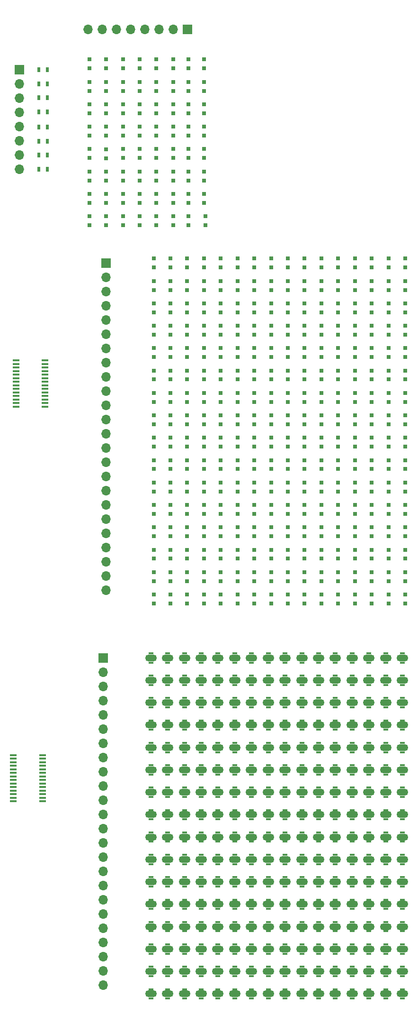
<source format=gbr>
%TF.GenerationSoftware,KiCad,Pcbnew,(5.1.9)-1*%
%TF.CreationDate,2021-06-16T16:09:49-07:00*%
%TF.ProjectId,noname,6e6f6e61-6d65-42e6-9b69-6361645f7063,rev?*%
%TF.SameCoordinates,Original*%
%TF.FileFunction,Soldermask,Top*%
%TF.FilePolarity,Negative*%
%FSLAX46Y46*%
G04 Gerber Fmt 4.6, Leading zero omitted, Abs format (unit mm)*
G04 Created by KiCad (PCBNEW (5.1.9)-1) date 2021-06-16 16:09:49*
%MOMM*%
%LPD*%
G01*
G04 APERTURE LIST*
%ADD10R,0.850000X0.400000*%
%ADD11O,2.100000X1.250000*%
%ADD12O,1.700000X1.700000*%
%ADD13R,1.700000X1.700000*%
%ADD14R,1.200000X0.400000*%
%ADD15R,0.800000X0.800000*%
%ADD16R,0.500000X0.900000*%
G04 APERTURE END LIST*
D10*
X85000000Y-185440000D03*
X85000000Y-187100000D03*
D11*
X85000000Y-186270000D03*
D10*
X85000000Y-181440000D03*
X85000000Y-183100000D03*
D11*
X85000000Y-182270000D03*
D10*
X85000000Y-177440000D03*
X85000000Y-179100000D03*
D11*
X85000000Y-178270000D03*
D10*
X85000000Y-173440000D03*
X85000000Y-175100000D03*
D11*
X85000000Y-174270000D03*
D10*
X85000000Y-169440000D03*
X85000000Y-171100000D03*
D11*
X85000000Y-170270000D03*
D10*
X85000000Y-165440000D03*
X85000000Y-167100000D03*
D11*
X85000000Y-166270000D03*
D10*
X85000000Y-161440000D03*
X85000000Y-163100000D03*
D11*
X85000000Y-162270000D03*
D10*
X85000000Y-157440000D03*
X85000000Y-159100000D03*
D11*
X85000000Y-158270000D03*
D10*
X85000000Y-153440000D03*
X85000000Y-155100000D03*
D11*
X85000000Y-154270000D03*
D10*
X85000000Y-149440000D03*
X85000000Y-151100000D03*
D11*
X85000000Y-150270000D03*
D10*
X85000000Y-145440000D03*
X85000000Y-147100000D03*
D11*
X85000000Y-146270000D03*
D10*
X85000000Y-141440000D03*
X85000000Y-143100000D03*
D11*
X85000000Y-142270000D03*
D10*
X85000000Y-137440000D03*
X85000000Y-139100000D03*
D11*
X85000000Y-138270000D03*
D10*
X85000000Y-133440000D03*
X85000000Y-135100000D03*
D11*
X85000000Y-134270000D03*
D10*
X85000000Y-129440000D03*
X85000000Y-131100000D03*
D11*
X85000000Y-130270000D03*
D10*
X85000000Y-125440000D03*
X85000000Y-127100000D03*
D11*
X85000000Y-126270000D03*
D10*
X82000000Y-185440000D03*
X82000000Y-187100000D03*
D11*
X82000000Y-186270000D03*
D10*
X82000000Y-181440000D03*
X82000000Y-183100000D03*
D11*
X82000000Y-182270000D03*
D10*
X82000000Y-177440000D03*
X82000000Y-179100000D03*
D11*
X82000000Y-178270000D03*
D10*
X82000000Y-173440000D03*
X82000000Y-175100000D03*
D11*
X82000000Y-174270000D03*
D10*
X82000000Y-169440000D03*
X82000000Y-171100000D03*
D11*
X82000000Y-170270000D03*
D10*
X82000000Y-165440000D03*
X82000000Y-167100000D03*
D11*
X82000000Y-166270000D03*
D10*
X82000000Y-161440000D03*
X82000000Y-163100000D03*
D11*
X82000000Y-162270000D03*
D10*
X82000000Y-157440000D03*
X82000000Y-159100000D03*
D11*
X82000000Y-158270000D03*
D10*
X82000000Y-153440000D03*
X82000000Y-155100000D03*
D11*
X82000000Y-154270000D03*
D10*
X82000000Y-149440000D03*
X82000000Y-151100000D03*
D11*
X82000000Y-150270000D03*
D10*
X82000000Y-145440000D03*
X82000000Y-147100000D03*
D11*
X82000000Y-146270000D03*
D10*
X82000000Y-141440000D03*
X82000000Y-143100000D03*
D11*
X82000000Y-142270000D03*
D10*
X82000000Y-137440000D03*
X82000000Y-139100000D03*
D11*
X82000000Y-138270000D03*
D10*
X82000000Y-133440000D03*
X82000000Y-135100000D03*
D11*
X82000000Y-134270000D03*
D10*
X82000000Y-129440000D03*
X82000000Y-131100000D03*
D11*
X82000000Y-130270000D03*
D10*
X82000000Y-125440000D03*
X82000000Y-127100000D03*
D11*
X82000000Y-126270000D03*
D10*
X79000000Y-185440000D03*
X79000000Y-187100000D03*
D11*
X79000000Y-186270000D03*
D10*
X79000000Y-181440000D03*
X79000000Y-183100000D03*
D11*
X79000000Y-182270000D03*
D10*
X79000000Y-177440000D03*
X79000000Y-179100000D03*
D11*
X79000000Y-178270000D03*
D10*
X79000000Y-173440000D03*
X79000000Y-175100000D03*
D11*
X79000000Y-174270000D03*
D10*
X79000000Y-169440000D03*
X79000000Y-171100000D03*
D11*
X79000000Y-170270000D03*
D10*
X79000000Y-165440000D03*
X79000000Y-167100000D03*
D11*
X79000000Y-166270000D03*
D10*
X79000000Y-161440000D03*
X79000000Y-163100000D03*
D11*
X79000000Y-162270000D03*
D10*
X79000000Y-157440000D03*
X79000000Y-159100000D03*
D11*
X79000000Y-158270000D03*
D10*
X79000000Y-153440000D03*
X79000000Y-155100000D03*
D11*
X79000000Y-154270000D03*
D10*
X79000000Y-149440000D03*
X79000000Y-151100000D03*
D11*
X79000000Y-150270000D03*
D10*
X79000000Y-145440000D03*
X79000000Y-147100000D03*
D11*
X79000000Y-146270000D03*
D10*
X79000000Y-141440000D03*
X79000000Y-143100000D03*
D11*
X79000000Y-142270000D03*
D10*
X79000000Y-137440000D03*
X79000000Y-139100000D03*
D11*
X79000000Y-138270000D03*
D10*
X79000000Y-133440000D03*
X79000000Y-135100000D03*
D11*
X79000000Y-134270000D03*
D10*
X79000000Y-129440000D03*
X79000000Y-131100000D03*
D11*
X79000000Y-130270000D03*
D10*
X79000000Y-125440000D03*
X79000000Y-127100000D03*
D11*
X79000000Y-126270000D03*
D10*
X76000000Y-185440000D03*
X76000000Y-187100000D03*
D11*
X76000000Y-186270000D03*
D10*
X76000000Y-181440000D03*
X76000000Y-183100000D03*
D11*
X76000000Y-182270000D03*
D10*
X76000000Y-177440000D03*
X76000000Y-179100000D03*
D11*
X76000000Y-178270000D03*
D10*
X76000000Y-173440000D03*
X76000000Y-175100000D03*
D11*
X76000000Y-174270000D03*
D10*
X76000000Y-169440000D03*
X76000000Y-171100000D03*
D11*
X76000000Y-170270000D03*
D10*
X76000000Y-165440000D03*
X76000000Y-167100000D03*
D11*
X76000000Y-166270000D03*
D10*
X76000000Y-161440000D03*
X76000000Y-163100000D03*
D11*
X76000000Y-162270000D03*
D10*
X76000000Y-157440000D03*
X76000000Y-159100000D03*
D11*
X76000000Y-158270000D03*
D10*
X76000000Y-153440000D03*
X76000000Y-155100000D03*
D11*
X76000000Y-154270000D03*
D10*
X76000000Y-149440000D03*
X76000000Y-151100000D03*
D11*
X76000000Y-150270000D03*
D10*
X76000000Y-145440000D03*
X76000000Y-147100000D03*
D11*
X76000000Y-146270000D03*
D10*
X76000000Y-141440000D03*
X76000000Y-143100000D03*
D11*
X76000000Y-142270000D03*
D10*
X76000000Y-137440000D03*
X76000000Y-139100000D03*
D11*
X76000000Y-138270000D03*
D10*
X76000000Y-133440000D03*
X76000000Y-135100000D03*
D11*
X76000000Y-134270000D03*
D10*
X76000000Y-129440000D03*
X76000000Y-131100000D03*
D11*
X76000000Y-130270000D03*
D10*
X76000000Y-125440000D03*
X76000000Y-127100000D03*
D11*
X76000000Y-126270000D03*
D10*
X73000000Y-185440000D03*
X73000000Y-187100000D03*
D11*
X73000000Y-186270000D03*
D10*
X73000000Y-181440000D03*
X73000000Y-183100000D03*
D11*
X73000000Y-182270000D03*
D10*
X73000000Y-177440000D03*
X73000000Y-179100000D03*
D11*
X73000000Y-178270000D03*
D10*
X73000000Y-173440000D03*
X73000000Y-175100000D03*
D11*
X73000000Y-174270000D03*
D10*
X73000000Y-169440000D03*
X73000000Y-171100000D03*
D11*
X73000000Y-170270000D03*
D10*
X73000000Y-165440000D03*
X73000000Y-167100000D03*
D11*
X73000000Y-166270000D03*
D10*
X73000000Y-161440000D03*
X73000000Y-163100000D03*
D11*
X73000000Y-162270000D03*
D10*
X73000000Y-157440000D03*
X73000000Y-159100000D03*
D11*
X73000000Y-158270000D03*
D10*
X73000000Y-153440000D03*
X73000000Y-155100000D03*
D11*
X73000000Y-154270000D03*
D10*
X73000000Y-149440000D03*
X73000000Y-151100000D03*
D11*
X73000000Y-150270000D03*
D10*
X73000000Y-145440000D03*
X73000000Y-147100000D03*
D11*
X73000000Y-146270000D03*
D10*
X73000000Y-141440000D03*
X73000000Y-143100000D03*
D11*
X73000000Y-142270000D03*
D10*
X73000000Y-137440000D03*
X73000000Y-139100000D03*
D11*
X73000000Y-138270000D03*
D10*
X73000000Y-133440000D03*
X73000000Y-135100000D03*
D11*
X73000000Y-134270000D03*
D10*
X73000000Y-129440000D03*
X73000000Y-131100000D03*
D11*
X73000000Y-130270000D03*
D10*
X73000000Y-125440000D03*
X73000000Y-127100000D03*
D11*
X73000000Y-126270000D03*
D10*
X70000000Y-185440000D03*
X70000000Y-187100000D03*
D11*
X70000000Y-186270000D03*
D10*
X70000000Y-181440000D03*
X70000000Y-183100000D03*
D11*
X70000000Y-182270000D03*
D10*
X70000000Y-177440000D03*
X70000000Y-179100000D03*
D11*
X70000000Y-178270000D03*
D10*
X70000000Y-173440000D03*
X70000000Y-175100000D03*
D11*
X70000000Y-174270000D03*
D10*
X70000000Y-169440000D03*
X70000000Y-171100000D03*
D11*
X70000000Y-170270000D03*
D10*
X70000000Y-165440000D03*
X70000000Y-167100000D03*
D11*
X70000000Y-166270000D03*
D10*
X70000000Y-161440000D03*
X70000000Y-163100000D03*
D11*
X70000000Y-162270000D03*
D10*
X70000000Y-157440000D03*
X70000000Y-159100000D03*
D11*
X70000000Y-158270000D03*
D10*
X70000000Y-153440000D03*
X70000000Y-155100000D03*
D11*
X70000000Y-154270000D03*
D10*
X70000000Y-149440000D03*
X70000000Y-151100000D03*
D11*
X70000000Y-150270000D03*
D10*
X70000000Y-145440000D03*
X70000000Y-147100000D03*
D11*
X70000000Y-146270000D03*
D10*
X70000000Y-141440000D03*
X70000000Y-143100000D03*
D11*
X70000000Y-142270000D03*
D10*
X70000000Y-137440000D03*
X70000000Y-139100000D03*
D11*
X70000000Y-138270000D03*
D10*
X70000000Y-133440000D03*
X70000000Y-135100000D03*
D11*
X70000000Y-134270000D03*
D10*
X70000000Y-129440000D03*
X70000000Y-131100000D03*
D11*
X70000000Y-130270000D03*
D10*
X70000000Y-125440000D03*
X70000000Y-127100000D03*
D11*
X70000000Y-126270000D03*
D10*
X67000000Y-185440000D03*
X67000000Y-187100000D03*
D11*
X67000000Y-186270000D03*
D10*
X67000000Y-181440000D03*
X67000000Y-183100000D03*
D11*
X67000000Y-182270000D03*
D10*
X67000000Y-177440000D03*
X67000000Y-179100000D03*
D11*
X67000000Y-178270000D03*
D10*
X67000000Y-173440000D03*
X67000000Y-175100000D03*
D11*
X67000000Y-174270000D03*
D10*
X67000000Y-169440000D03*
X67000000Y-171100000D03*
D11*
X67000000Y-170270000D03*
D10*
X67000000Y-165440000D03*
X67000000Y-167100000D03*
D11*
X67000000Y-166270000D03*
D10*
X67000000Y-161440000D03*
X67000000Y-163100000D03*
D11*
X67000000Y-162270000D03*
D10*
X67000000Y-157440000D03*
X67000000Y-159100000D03*
D11*
X67000000Y-158270000D03*
D10*
X67000000Y-153440000D03*
X67000000Y-155100000D03*
D11*
X67000000Y-154270000D03*
D10*
X67000000Y-149440000D03*
X67000000Y-151100000D03*
D11*
X67000000Y-150270000D03*
D10*
X67000000Y-145440000D03*
X67000000Y-147100000D03*
D11*
X67000000Y-146270000D03*
D10*
X67000000Y-141440000D03*
X67000000Y-143100000D03*
D11*
X67000000Y-142270000D03*
D10*
X67000000Y-137440000D03*
X67000000Y-139100000D03*
D11*
X67000000Y-138270000D03*
D10*
X67000000Y-133440000D03*
X67000000Y-135100000D03*
D11*
X67000000Y-134270000D03*
D10*
X67000000Y-129440000D03*
X67000000Y-131100000D03*
D11*
X67000000Y-130270000D03*
D10*
X67000000Y-125440000D03*
X67000000Y-127100000D03*
D11*
X67000000Y-126270000D03*
D10*
X64000000Y-185440000D03*
X64000000Y-187100000D03*
D11*
X64000000Y-186270000D03*
D10*
X64000000Y-181440000D03*
X64000000Y-183100000D03*
D11*
X64000000Y-182270000D03*
D10*
X64000000Y-177440000D03*
X64000000Y-179100000D03*
D11*
X64000000Y-178270000D03*
D10*
X64000000Y-173440000D03*
X64000000Y-175100000D03*
D11*
X64000000Y-174270000D03*
D10*
X64000000Y-169440000D03*
X64000000Y-171100000D03*
D11*
X64000000Y-170270000D03*
D10*
X64000000Y-165440000D03*
X64000000Y-167100000D03*
D11*
X64000000Y-166270000D03*
D10*
X64000000Y-161440000D03*
X64000000Y-163100000D03*
D11*
X64000000Y-162270000D03*
D10*
X64000000Y-157440000D03*
X64000000Y-159100000D03*
D11*
X64000000Y-158270000D03*
D10*
X64000000Y-153440000D03*
X64000000Y-155100000D03*
D11*
X64000000Y-154270000D03*
D10*
X64000000Y-149440000D03*
X64000000Y-151100000D03*
D11*
X64000000Y-150270000D03*
D10*
X64000000Y-145440000D03*
X64000000Y-147100000D03*
D11*
X64000000Y-146270000D03*
D10*
X64000000Y-141440000D03*
X64000000Y-143100000D03*
D11*
X64000000Y-142270000D03*
D10*
X64000000Y-137440000D03*
X64000000Y-139100000D03*
D11*
X64000000Y-138270000D03*
D10*
X64000000Y-133440000D03*
X64000000Y-135100000D03*
D11*
X64000000Y-134270000D03*
D10*
X64000000Y-129440000D03*
X64000000Y-131100000D03*
D11*
X64000000Y-130270000D03*
D10*
X64000000Y-125440000D03*
X64000000Y-127100000D03*
D11*
X64000000Y-126270000D03*
D10*
X61000000Y-185440000D03*
X61000000Y-187100000D03*
D11*
X61000000Y-186270000D03*
D10*
X61000000Y-181440000D03*
X61000000Y-183100000D03*
D11*
X61000000Y-182270000D03*
D10*
X61000000Y-177440000D03*
X61000000Y-179100000D03*
D11*
X61000000Y-178270000D03*
D10*
X61000000Y-173440000D03*
X61000000Y-175100000D03*
D11*
X61000000Y-174270000D03*
D10*
X61000000Y-169440000D03*
X61000000Y-171100000D03*
D11*
X61000000Y-170270000D03*
D10*
X61000000Y-165440000D03*
X61000000Y-167100000D03*
D11*
X61000000Y-166270000D03*
D10*
X61000000Y-161440000D03*
X61000000Y-163100000D03*
D11*
X61000000Y-162270000D03*
D10*
X61000000Y-157440000D03*
X61000000Y-159100000D03*
D11*
X61000000Y-158270000D03*
D10*
X61000000Y-153440000D03*
X61000000Y-155100000D03*
D11*
X61000000Y-154270000D03*
D10*
X61000000Y-149440000D03*
X61000000Y-151100000D03*
D11*
X61000000Y-150270000D03*
D10*
X61000000Y-145440000D03*
X61000000Y-147100000D03*
D11*
X61000000Y-146270000D03*
D10*
X61000000Y-141440000D03*
X61000000Y-143100000D03*
D11*
X61000000Y-142270000D03*
D10*
X61000000Y-137440000D03*
X61000000Y-139100000D03*
D11*
X61000000Y-138270000D03*
D10*
X61000000Y-133440000D03*
X61000000Y-135100000D03*
D11*
X61000000Y-134270000D03*
D10*
X61000000Y-129440000D03*
X61000000Y-131100000D03*
D11*
X61000000Y-130270000D03*
D10*
X61000000Y-125440000D03*
X61000000Y-127100000D03*
D11*
X61000000Y-126270000D03*
D10*
X58000000Y-185440000D03*
X58000000Y-187100000D03*
D11*
X58000000Y-186270000D03*
D10*
X58000000Y-181440000D03*
X58000000Y-183100000D03*
D11*
X58000000Y-182270000D03*
D10*
X58000000Y-177440000D03*
X58000000Y-179100000D03*
D11*
X58000000Y-178270000D03*
D10*
X58000000Y-173440000D03*
X58000000Y-175100000D03*
D11*
X58000000Y-174270000D03*
D10*
X58000000Y-169440000D03*
X58000000Y-171100000D03*
D11*
X58000000Y-170270000D03*
D10*
X58000000Y-165440000D03*
X58000000Y-167100000D03*
D11*
X58000000Y-166270000D03*
D10*
X58000000Y-161440000D03*
X58000000Y-163100000D03*
D11*
X58000000Y-162270000D03*
D10*
X58000000Y-157440000D03*
X58000000Y-159100000D03*
D11*
X58000000Y-158270000D03*
D10*
X58000000Y-153440000D03*
X58000000Y-155100000D03*
D11*
X58000000Y-154270000D03*
D10*
X58000000Y-149440000D03*
X58000000Y-151100000D03*
D11*
X58000000Y-150270000D03*
D10*
X58000000Y-145440000D03*
X58000000Y-147100000D03*
D11*
X58000000Y-146270000D03*
D10*
X58000000Y-141440000D03*
X58000000Y-143100000D03*
D11*
X58000000Y-142270000D03*
D10*
X58000000Y-137440000D03*
X58000000Y-139100000D03*
D11*
X58000000Y-138270000D03*
D10*
X58000000Y-133440000D03*
X58000000Y-135100000D03*
D11*
X58000000Y-134270000D03*
D10*
X58000000Y-129440000D03*
X58000000Y-131100000D03*
D11*
X58000000Y-130270000D03*
D10*
X58000000Y-125440000D03*
X58000000Y-127100000D03*
D11*
X58000000Y-126270000D03*
D10*
X55000000Y-185440000D03*
X55000000Y-187100000D03*
D11*
X55000000Y-186270000D03*
D10*
X55000000Y-181440000D03*
X55000000Y-183100000D03*
D11*
X55000000Y-182270000D03*
D10*
X55000000Y-177440000D03*
X55000000Y-179100000D03*
D11*
X55000000Y-178270000D03*
D10*
X55000000Y-173440000D03*
X55000000Y-175100000D03*
D11*
X55000000Y-174270000D03*
D10*
X55000000Y-169440000D03*
X55000000Y-171100000D03*
D11*
X55000000Y-170270000D03*
D10*
X55000000Y-165440000D03*
X55000000Y-167100000D03*
D11*
X55000000Y-166270000D03*
D10*
X55000000Y-161440000D03*
X55000000Y-163100000D03*
D11*
X55000000Y-162270000D03*
D10*
X55000000Y-157440000D03*
X55000000Y-159100000D03*
D11*
X55000000Y-158270000D03*
D10*
X55000000Y-153440000D03*
X55000000Y-155100000D03*
D11*
X55000000Y-154270000D03*
D10*
X55000000Y-149440000D03*
X55000000Y-151100000D03*
D11*
X55000000Y-150270000D03*
D10*
X55000000Y-145440000D03*
X55000000Y-147100000D03*
D11*
X55000000Y-146270000D03*
D10*
X55000000Y-141440000D03*
X55000000Y-143100000D03*
D11*
X55000000Y-142270000D03*
D10*
X55000000Y-137440000D03*
X55000000Y-139100000D03*
D11*
X55000000Y-138270000D03*
D10*
X55000000Y-133440000D03*
X55000000Y-135100000D03*
D11*
X55000000Y-134270000D03*
D10*
X55000000Y-129440000D03*
X55000000Y-131100000D03*
D11*
X55000000Y-130270000D03*
D10*
X55000000Y-125440000D03*
X55000000Y-127100000D03*
D11*
X55000000Y-126270000D03*
D10*
X52000000Y-185440000D03*
X52000000Y-187100000D03*
D11*
X52000000Y-186270000D03*
D10*
X52000000Y-181440000D03*
X52000000Y-183100000D03*
D11*
X52000000Y-182270000D03*
D10*
X52000000Y-177440000D03*
X52000000Y-179100000D03*
D11*
X52000000Y-178270000D03*
D10*
X52000000Y-173440000D03*
X52000000Y-175100000D03*
D11*
X52000000Y-174270000D03*
D10*
X52000000Y-169440000D03*
X52000000Y-171100000D03*
D11*
X52000000Y-170270000D03*
D10*
X52000000Y-165440000D03*
X52000000Y-167100000D03*
D11*
X52000000Y-166270000D03*
D10*
X52000000Y-161440000D03*
X52000000Y-163100000D03*
D11*
X52000000Y-162270000D03*
D10*
X52000000Y-157440000D03*
X52000000Y-159100000D03*
D11*
X52000000Y-158270000D03*
D10*
X52000000Y-153440000D03*
X52000000Y-155100000D03*
D11*
X52000000Y-154270000D03*
D10*
X52000000Y-149440000D03*
X52000000Y-151100000D03*
D11*
X52000000Y-150270000D03*
D10*
X52000000Y-145440000D03*
X52000000Y-147100000D03*
D11*
X52000000Y-146270000D03*
D10*
X52000000Y-141440000D03*
X52000000Y-143100000D03*
D11*
X52000000Y-142270000D03*
D10*
X52000000Y-137440000D03*
X52000000Y-139100000D03*
D11*
X52000000Y-138270000D03*
D10*
X52000000Y-133440000D03*
X52000000Y-135100000D03*
D11*
X52000000Y-134270000D03*
D10*
X52000000Y-129440000D03*
X52000000Y-131100000D03*
D11*
X52000000Y-130270000D03*
D10*
X52000000Y-125440000D03*
X52000000Y-127100000D03*
D11*
X52000000Y-126270000D03*
D10*
X49000000Y-185440000D03*
X49000000Y-187100000D03*
D11*
X49000000Y-186270000D03*
D10*
X49000000Y-181440000D03*
X49000000Y-183100000D03*
D11*
X49000000Y-182270000D03*
D10*
X49000000Y-177440000D03*
X49000000Y-179100000D03*
D11*
X49000000Y-178270000D03*
D10*
X49000000Y-173440000D03*
X49000000Y-175100000D03*
D11*
X49000000Y-174270000D03*
D10*
X49000000Y-169440000D03*
X49000000Y-171100000D03*
D11*
X49000000Y-170270000D03*
D10*
X49000000Y-165440000D03*
X49000000Y-167100000D03*
D11*
X49000000Y-166270000D03*
D10*
X49000000Y-161440000D03*
X49000000Y-163100000D03*
D11*
X49000000Y-162270000D03*
D10*
X49000000Y-157440000D03*
X49000000Y-159100000D03*
D11*
X49000000Y-158270000D03*
D10*
X49000000Y-153440000D03*
X49000000Y-155100000D03*
D11*
X49000000Y-154270000D03*
D10*
X49000000Y-149440000D03*
X49000000Y-151100000D03*
D11*
X49000000Y-150270000D03*
D10*
X49000000Y-145440000D03*
X49000000Y-147100000D03*
D11*
X49000000Y-146270000D03*
D10*
X49000000Y-141440000D03*
X49000000Y-143100000D03*
D11*
X49000000Y-142270000D03*
D10*
X49000000Y-137440000D03*
X49000000Y-139100000D03*
D11*
X49000000Y-138270000D03*
D10*
X49000000Y-133440000D03*
X49000000Y-135100000D03*
D11*
X49000000Y-134270000D03*
D10*
X49000000Y-129440000D03*
X49000000Y-131100000D03*
D11*
X49000000Y-130270000D03*
D10*
X49000000Y-125440000D03*
X49000000Y-127100000D03*
D11*
X49000000Y-126270000D03*
D10*
X46000000Y-185440000D03*
X46000000Y-187100000D03*
D11*
X46000000Y-186270000D03*
D10*
X46000000Y-181440000D03*
X46000000Y-183100000D03*
D11*
X46000000Y-182270000D03*
D10*
X46000000Y-177440000D03*
X46000000Y-179100000D03*
D11*
X46000000Y-178270000D03*
D10*
X46000000Y-173440000D03*
X46000000Y-175100000D03*
D11*
X46000000Y-174270000D03*
D10*
X46000000Y-169440000D03*
X46000000Y-171100000D03*
D11*
X46000000Y-170270000D03*
D10*
X46000000Y-165440000D03*
X46000000Y-167100000D03*
D11*
X46000000Y-166270000D03*
D10*
X46000000Y-161440000D03*
X46000000Y-163100000D03*
D11*
X46000000Y-162270000D03*
D10*
X46000000Y-157440000D03*
X46000000Y-159100000D03*
D11*
X46000000Y-158270000D03*
D10*
X46000000Y-153440000D03*
X46000000Y-155100000D03*
D11*
X46000000Y-154270000D03*
D10*
X46000000Y-149440000D03*
X46000000Y-151100000D03*
D11*
X46000000Y-150270000D03*
D10*
X46000000Y-145440000D03*
X46000000Y-147100000D03*
D11*
X46000000Y-146270000D03*
D10*
X46000000Y-141440000D03*
X46000000Y-143100000D03*
D11*
X46000000Y-142270000D03*
D10*
X46000000Y-137440000D03*
X46000000Y-139100000D03*
D11*
X46000000Y-138270000D03*
D10*
X46000000Y-133440000D03*
X46000000Y-135100000D03*
D11*
X46000000Y-134270000D03*
D10*
X46000000Y-129440000D03*
X46000000Y-131100000D03*
D11*
X46000000Y-130270000D03*
D10*
X46000000Y-125440000D03*
X46000000Y-127100000D03*
D11*
X46000000Y-126270000D03*
D10*
X43000000Y-185440000D03*
X43000000Y-187100000D03*
D11*
X43000000Y-186270000D03*
D10*
X43000000Y-181440000D03*
X43000000Y-183100000D03*
D11*
X43000000Y-182270000D03*
D10*
X43000000Y-177440000D03*
X43000000Y-179100000D03*
D11*
X43000000Y-178270000D03*
D10*
X43000000Y-173440000D03*
X43000000Y-175100000D03*
D11*
X43000000Y-174270000D03*
D10*
X43000000Y-169440000D03*
X43000000Y-171100000D03*
D11*
X43000000Y-170270000D03*
D10*
X43000000Y-165440000D03*
X43000000Y-167100000D03*
D11*
X43000000Y-166270000D03*
D10*
X43000000Y-161440000D03*
X43000000Y-163100000D03*
D11*
X43000000Y-162270000D03*
D10*
X43000000Y-157440000D03*
X43000000Y-159100000D03*
D11*
X43000000Y-158270000D03*
D10*
X43000000Y-153440000D03*
X43000000Y-155100000D03*
D11*
X43000000Y-154270000D03*
D10*
X43000000Y-149440000D03*
X43000000Y-151100000D03*
D11*
X43000000Y-150270000D03*
D10*
X43000000Y-145440000D03*
X43000000Y-147100000D03*
D11*
X43000000Y-146270000D03*
D10*
X43000000Y-141440000D03*
X43000000Y-143100000D03*
D11*
X43000000Y-142270000D03*
D10*
X43000000Y-137440000D03*
X43000000Y-139100000D03*
D11*
X43000000Y-138270000D03*
D10*
X43000000Y-133440000D03*
X43000000Y-135100000D03*
D11*
X43000000Y-134270000D03*
D10*
X43000000Y-129440000D03*
X43000000Y-131100000D03*
D11*
X43000000Y-130270000D03*
D10*
X43000000Y-125440000D03*
X43000000Y-127100000D03*
D11*
X43000000Y-126270000D03*
D10*
X40000000Y-185440000D03*
X40000000Y-187100000D03*
D11*
X40000000Y-186270000D03*
D10*
X40000000Y-181440000D03*
X40000000Y-183100000D03*
D11*
X40000000Y-182270000D03*
D10*
X40000000Y-177440000D03*
X40000000Y-179100000D03*
D11*
X40000000Y-178270000D03*
D10*
X40000000Y-173440000D03*
X40000000Y-175100000D03*
D11*
X40000000Y-174270000D03*
D10*
X40000000Y-169440000D03*
X40000000Y-171100000D03*
D11*
X40000000Y-170270000D03*
D10*
X40000000Y-165440000D03*
X40000000Y-167100000D03*
D11*
X40000000Y-166270000D03*
D10*
X40000000Y-161440000D03*
X40000000Y-163100000D03*
D11*
X40000000Y-162270000D03*
D10*
X40000000Y-157440000D03*
X40000000Y-159100000D03*
D11*
X40000000Y-158270000D03*
D10*
X40000000Y-153440000D03*
X40000000Y-155100000D03*
D11*
X40000000Y-154270000D03*
D10*
X40000000Y-149440000D03*
X40000000Y-151100000D03*
D11*
X40000000Y-150270000D03*
D10*
X40000000Y-145440000D03*
X40000000Y-147100000D03*
D11*
X40000000Y-146270000D03*
D10*
X40000000Y-141440000D03*
X40000000Y-143100000D03*
D11*
X40000000Y-142270000D03*
D10*
X40000000Y-137440000D03*
X40000000Y-139100000D03*
D11*
X40000000Y-138270000D03*
D10*
X40000000Y-133440000D03*
X40000000Y-135100000D03*
D11*
X40000000Y-134270000D03*
D10*
X40000000Y-129440000D03*
X40000000Y-131100000D03*
D11*
X40000000Y-130270000D03*
X40000000Y-126270000D03*
D10*
X40000000Y-127100000D03*
X40000000Y-125440000D03*
D12*
X31500000Y-184670000D03*
X31500000Y-182130000D03*
X31500000Y-179590000D03*
X31500000Y-177050000D03*
X31500000Y-174510000D03*
X31500000Y-171970000D03*
X31500000Y-169430000D03*
X31500000Y-166890000D03*
X31500000Y-164350000D03*
X31500000Y-161810000D03*
X31500000Y-159270000D03*
X31500000Y-156730000D03*
X31500000Y-154190000D03*
X31500000Y-151650000D03*
X31500000Y-149110000D03*
X31500000Y-146570000D03*
X31500000Y-144030000D03*
X31500000Y-141490000D03*
X31500000Y-138950000D03*
X31500000Y-136410000D03*
X31500000Y-133870000D03*
X31500000Y-131330000D03*
X31500000Y-128790000D03*
D13*
X31500000Y-126250000D03*
D14*
X15400000Y-151877500D03*
X15400000Y-151242500D03*
X15400000Y-150607500D03*
X15400000Y-149972500D03*
X15400000Y-149337500D03*
X15400000Y-148702500D03*
X15400000Y-148067500D03*
X15400000Y-147432500D03*
X15400000Y-146797500D03*
X15400000Y-146162500D03*
X15400000Y-145527500D03*
X15400000Y-144892500D03*
X15400000Y-144257500D03*
X15400000Y-143622500D03*
X20600000Y-143622500D03*
X20600000Y-144257500D03*
X20600000Y-144892500D03*
X20600000Y-145527500D03*
X20600000Y-146162500D03*
X20600000Y-146797500D03*
X20600000Y-147432500D03*
X20600000Y-148067500D03*
X20600000Y-148702500D03*
X20600000Y-149337500D03*
X20600000Y-149972500D03*
X20600000Y-150607500D03*
X20600000Y-151242500D03*
X20600000Y-151877500D03*
D15*
X29000000Y-19400000D03*
X29000000Y-21000000D03*
X29000000Y-23400000D03*
X29000000Y-25000000D03*
X29000000Y-27400000D03*
X29000000Y-29000000D03*
X29000000Y-31400000D03*
X29000000Y-33000000D03*
X29000000Y-35400000D03*
X29000000Y-37000000D03*
X29000000Y-39400000D03*
X29000000Y-41000000D03*
X29000000Y-43400000D03*
X29000000Y-45000000D03*
X29000000Y-47400000D03*
X29000000Y-49000000D03*
X32000000Y-19400000D03*
X32000000Y-21000000D03*
X32000000Y-23400000D03*
X32000000Y-25000000D03*
X32000000Y-27400000D03*
X32000000Y-29000000D03*
X32000000Y-31400000D03*
X32000000Y-33000000D03*
X32000000Y-35450000D03*
X32000000Y-37050000D03*
X32000000Y-39400000D03*
X32000000Y-41000000D03*
X32000000Y-43400000D03*
X32000000Y-45000000D03*
X32000000Y-47400000D03*
X32000000Y-49000000D03*
X35000000Y-19400000D03*
X35000000Y-21000000D03*
X35000000Y-23400000D03*
X35000000Y-25000000D03*
X35000000Y-27400000D03*
X35000000Y-29000000D03*
X35000000Y-31400000D03*
X35000000Y-33000000D03*
X35000000Y-35400000D03*
X35000000Y-37000000D03*
X35000000Y-39400000D03*
X35000000Y-41000000D03*
X35000000Y-43400000D03*
X35000000Y-45000000D03*
X35000000Y-47400000D03*
X35000000Y-49000000D03*
X38000000Y-19400000D03*
X38000000Y-21000000D03*
X38000000Y-23400000D03*
X38000000Y-25000000D03*
X38000000Y-27400000D03*
X38000000Y-29000000D03*
X38000000Y-31400000D03*
X38000000Y-33000000D03*
X38000000Y-35400000D03*
X38000000Y-37000000D03*
X38000000Y-39400000D03*
X38000000Y-41000000D03*
X38000000Y-43400000D03*
X38000000Y-45000000D03*
X38000000Y-47400000D03*
X38000000Y-49000000D03*
X41000000Y-19400000D03*
X41000000Y-21000000D03*
X41000000Y-23400000D03*
X41000000Y-25000000D03*
X41000000Y-27400000D03*
X41000000Y-29000000D03*
X41000000Y-31400000D03*
X41000000Y-33000000D03*
X41000000Y-35400000D03*
X41000000Y-37000000D03*
X41000000Y-39400000D03*
X41000000Y-41000000D03*
X41000000Y-43400000D03*
X41000000Y-45000000D03*
X41000000Y-47400000D03*
X41000000Y-49000000D03*
X44000000Y-19400000D03*
X44000000Y-21000000D03*
X44000000Y-23400000D03*
X44000000Y-25000000D03*
X44000000Y-27400000D03*
X44000000Y-29000000D03*
X44000000Y-31400000D03*
X44000000Y-33000000D03*
X44000000Y-35400000D03*
X44000000Y-37000000D03*
X44000000Y-39400000D03*
X44000000Y-41000000D03*
X44000000Y-43400000D03*
X44000000Y-45000000D03*
X44000000Y-47400000D03*
X44000000Y-49000000D03*
X46750000Y-19400000D03*
X46750000Y-21000000D03*
X46750000Y-23400000D03*
X46750000Y-25000000D03*
X46750000Y-27400000D03*
X46750000Y-29000000D03*
X46750000Y-31400000D03*
X46750000Y-33000000D03*
X46750000Y-35400000D03*
X46750000Y-37000000D03*
X46750000Y-39400000D03*
X46750000Y-41000000D03*
X46750000Y-43400000D03*
X46750000Y-45000000D03*
X46750000Y-47400000D03*
X46750000Y-49000000D03*
X49500000Y-19400000D03*
X49500000Y-21000000D03*
X49500000Y-23400000D03*
X49500000Y-25000000D03*
X49500000Y-27400000D03*
X49500000Y-29000000D03*
X49500000Y-31400000D03*
X49500000Y-33000000D03*
X49500000Y-35400000D03*
X49500000Y-37000000D03*
X49500000Y-39400000D03*
X49500000Y-41000000D03*
X49500000Y-43400000D03*
X49500000Y-45000000D03*
X49750000Y-47400000D03*
X49750000Y-49000000D03*
X40500000Y-54950000D03*
X40500000Y-56550000D03*
X40500000Y-58950000D03*
X40500000Y-60550000D03*
X40500000Y-62950000D03*
X40500000Y-64550000D03*
X40500000Y-66950000D03*
X40500000Y-68550000D03*
X40500000Y-70950000D03*
X40500000Y-72550000D03*
X40500000Y-74950000D03*
X40500000Y-76550000D03*
X40500000Y-78950000D03*
X40500000Y-80550000D03*
X40500000Y-82950000D03*
X40500000Y-84550000D03*
X40500000Y-86950000D03*
X40500000Y-88550000D03*
X40500000Y-90950000D03*
X40500000Y-92550000D03*
X40500000Y-94950000D03*
X40500000Y-96550000D03*
X40500000Y-98950000D03*
X40500000Y-100550000D03*
X40500000Y-102950000D03*
X40500000Y-104550000D03*
X40500000Y-106950000D03*
X40500000Y-108550000D03*
X40500000Y-110950000D03*
X40500000Y-112550000D03*
X40500000Y-114950000D03*
X40500000Y-116550000D03*
X43500000Y-54950000D03*
X43500000Y-56550000D03*
X43500000Y-58950000D03*
X43500000Y-60550000D03*
X43500000Y-62950000D03*
X43500000Y-64550000D03*
X43500000Y-66950000D03*
X43500000Y-68550000D03*
X43500000Y-70950000D03*
X43500000Y-72550000D03*
X43500000Y-74950000D03*
X43500000Y-76550000D03*
X43500000Y-78950000D03*
X43500000Y-80550000D03*
X43500000Y-82950000D03*
X43500000Y-84550000D03*
X43500000Y-86950000D03*
X43500000Y-88550000D03*
X43500000Y-90950000D03*
X43500000Y-92550000D03*
X43500000Y-94950000D03*
X43500000Y-96550000D03*
X43500000Y-98950000D03*
X43500000Y-100550000D03*
X43500000Y-102950000D03*
X43500000Y-104550000D03*
X43500000Y-106950000D03*
X43500000Y-108550000D03*
X43500000Y-110950000D03*
X43500000Y-112550000D03*
X43500000Y-114950000D03*
X43500000Y-116550000D03*
X46500000Y-54950000D03*
X46500000Y-56550000D03*
X46500000Y-58950000D03*
X46500000Y-60550000D03*
X46500000Y-62950000D03*
X46500000Y-64550000D03*
X46500000Y-66950000D03*
X46500000Y-68550000D03*
X46500000Y-70950000D03*
X46500000Y-72550000D03*
X46500000Y-74950000D03*
X46500000Y-76550000D03*
X46500000Y-78950000D03*
X46500000Y-80550000D03*
X46500000Y-82950000D03*
X46500000Y-84550000D03*
X46500000Y-86950000D03*
X46500000Y-88550000D03*
X46500000Y-90950000D03*
X46500000Y-92550000D03*
X46500000Y-94950000D03*
X46500000Y-96550000D03*
X46500000Y-98950000D03*
X46500000Y-100550000D03*
X46500000Y-102950000D03*
X46500000Y-104550000D03*
X46500000Y-106950000D03*
X46500000Y-108550000D03*
X46500000Y-110950000D03*
X46500000Y-112550000D03*
X46500000Y-114950000D03*
X46500000Y-116550000D03*
X49500000Y-54950000D03*
X49500000Y-56550000D03*
X49500000Y-58950000D03*
X49500000Y-60550000D03*
X49500000Y-62950000D03*
X49500000Y-64550000D03*
X49500000Y-66950000D03*
X49500000Y-68550000D03*
X49500000Y-70950000D03*
X49500000Y-72550000D03*
X49500000Y-74950000D03*
X49500000Y-76550000D03*
X49500000Y-78950000D03*
X49500000Y-80550000D03*
X49500000Y-82950000D03*
X49500000Y-84550000D03*
X49500000Y-86950000D03*
X49500000Y-88550000D03*
X49500000Y-90950000D03*
X49500000Y-92550000D03*
X49500000Y-94950000D03*
X49500000Y-96550000D03*
X49500000Y-98950000D03*
X49500000Y-100550000D03*
X49500000Y-102950000D03*
X49500000Y-104550000D03*
X49500000Y-106950000D03*
X49500000Y-108550000D03*
X49500000Y-110950000D03*
X49500000Y-112550000D03*
X49500000Y-114950000D03*
X49500000Y-116550000D03*
X52500000Y-54950000D03*
X52500000Y-56550000D03*
X52500000Y-58950000D03*
X52500000Y-60550000D03*
X52500000Y-62950000D03*
X52500000Y-64550000D03*
X52500000Y-66950000D03*
X52500000Y-68550000D03*
X52500000Y-70950000D03*
X52500000Y-72550000D03*
X52500000Y-74950000D03*
X52500000Y-76550000D03*
X52500000Y-78950000D03*
X52500000Y-80550000D03*
X52500000Y-82950000D03*
X52500000Y-84550000D03*
X52500000Y-86950000D03*
X52500000Y-88550000D03*
X52500000Y-90950000D03*
X52500000Y-92550000D03*
X52500000Y-94950000D03*
X52500000Y-96550000D03*
X52500000Y-98950000D03*
X52500000Y-100550000D03*
X52500000Y-102950000D03*
X52500000Y-104550000D03*
X52500000Y-106950000D03*
X52500000Y-108550000D03*
X52500000Y-110950000D03*
X52500000Y-112550000D03*
X52500000Y-114950000D03*
X52500000Y-116550000D03*
X55500000Y-54950000D03*
X55500000Y-56550000D03*
X55500000Y-58950000D03*
X55500000Y-60550000D03*
X55500000Y-62950000D03*
X55500000Y-64550000D03*
X55500000Y-66950000D03*
X55500000Y-68550000D03*
X55500000Y-70950000D03*
X55500000Y-72550000D03*
X55500000Y-74950000D03*
X55500000Y-76550000D03*
X55500000Y-78950000D03*
X55500000Y-80550000D03*
X55500000Y-82950000D03*
X55500000Y-84550000D03*
X55500000Y-86950000D03*
X55500000Y-88550000D03*
X55500000Y-90950000D03*
X55500000Y-92550000D03*
X55500000Y-94950000D03*
X55500000Y-96550000D03*
X55500000Y-98950000D03*
X55500000Y-100550000D03*
X55500000Y-102950000D03*
X55500000Y-104550000D03*
X55500000Y-106950000D03*
X55500000Y-108550000D03*
X55500000Y-110950000D03*
X55500000Y-112550000D03*
X55500000Y-114950000D03*
X55500000Y-116550000D03*
X58500000Y-54950000D03*
X58500000Y-56550000D03*
X58500000Y-58950000D03*
X58500000Y-60550000D03*
X58500000Y-62950000D03*
X58500000Y-64550000D03*
X58500000Y-66950000D03*
X58500000Y-68550000D03*
X58500000Y-70950000D03*
X58500000Y-72550000D03*
X58500000Y-74950000D03*
X58500000Y-76550000D03*
X58500000Y-78950000D03*
X58500000Y-80550000D03*
X58500000Y-82950000D03*
X58500000Y-84550000D03*
X58500000Y-86950000D03*
X58500000Y-88550000D03*
X58500000Y-90950000D03*
X58500000Y-92550000D03*
X58500000Y-94950000D03*
X58500000Y-96550000D03*
X58500000Y-98950000D03*
X58500000Y-100550000D03*
X58500000Y-102950000D03*
X58500000Y-104550000D03*
X58500000Y-106950000D03*
X58500000Y-108550000D03*
X58500000Y-110950000D03*
X58500000Y-112550000D03*
X58500000Y-114950000D03*
X58500000Y-116550000D03*
X61500000Y-54950000D03*
X61500000Y-56550000D03*
X61500000Y-58950000D03*
X61500000Y-60550000D03*
X61500000Y-62950000D03*
X61500000Y-64550000D03*
X61500000Y-66950000D03*
X61500000Y-68550000D03*
X61500000Y-70950000D03*
X61500000Y-72550000D03*
X61500000Y-74950000D03*
X61500000Y-76550000D03*
X61500000Y-78950000D03*
X61500000Y-80550000D03*
X61500000Y-82950000D03*
X61500000Y-84550000D03*
X61500000Y-86950000D03*
X61500000Y-88550000D03*
X61500000Y-90950000D03*
X61500000Y-92550000D03*
X61500000Y-94950000D03*
X61500000Y-96550000D03*
X61500000Y-98950000D03*
X61500000Y-100550000D03*
X61500000Y-102950000D03*
X61500000Y-104550000D03*
X61500000Y-106950000D03*
X61500000Y-108550000D03*
X61500000Y-110950000D03*
X61500000Y-112550000D03*
X61500000Y-114950000D03*
X61500000Y-116550000D03*
X64500000Y-54950000D03*
X64500000Y-56550000D03*
X64500000Y-58950000D03*
X64500000Y-60550000D03*
X64500000Y-62950000D03*
X64500000Y-64550000D03*
X64500000Y-66950000D03*
X64500000Y-68550000D03*
X64500000Y-70950000D03*
X64500000Y-72550000D03*
X64500000Y-74950000D03*
X64500000Y-76550000D03*
X64500000Y-78950000D03*
X64500000Y-80550000D03*
X64500000Y-82950000D03*
X64500000Y-84550000D03*
X64500000Y-86950000D03*
X64500000Y-88550000D03*
X64500000Y-90950000D03*
X64500000Y-92550000D03*
X64500000Y-94950000D03*
X64500000Y-96550000D03*
X64500000Y-98950000D03*
X64500000Y-100550000D03*
X64500000Y-102950000D03*
X64500000Y-104550000D03*
X64500000Y-106950000D03*
X64500000Y-108550000D03*
X64500000Y-110950000D03*
X64500000Y-112550000D03*
X64500000Y-114950000D03*
X64500000Y-116550000D03*
X67500000Y-54950000D03*
X67500000Y-56550000D03*
X67500000Y-58950000D03*
X67500000Y-60550000D03*
X67500000Y-62950000D03*
X67500000Y-64550000D03*
X67500000Y-66950000D03*
X67500000Y-68550000D03*
X67500000Y-70950000D03*
X67500000Y-72550000D03*
X67500000Y-74950000D03*
X67500000Y-76550000D03*
X67500000Y-78950000D03*
X67500000Y-80550000D03*
X67500000Y-82950000D03*
X67500000Y-84550000D03*
X67500000Y-86950000D03*
X67500000Y-88550000D03*
X67500000Y-90950000D03*
X67500000Y-92550000D03*
X67500000Y-94950000D03*
X67500000Y-96550000D03*
X67500000Y-98950000D03*
X67500000Y-100550000D03*
X67500000Y-102950000D03*
X67500000Y-104550000D03*
X67500000Y-106950000D03*
X67500000Y-108550000D03*
X67500000Y-110950000D03*
X67500000Y-112550000D03*
X67500000Y-114950000D03*
X67500000Y-116550000D03*
X70500000Y-54950000D03*
X70500000Y-56550000D03*
X70500000Y-58950000D03*
X70500000Y-60550000D03*
X70500000Y-62950000D03*
X70500000Y-64550000D03*
X70500000Y-66950000D03*
X70500000Y-68550000D03*
X70500000Y-70950000D03*
X70500000Y-72550000D03*
X70500000Y-74950000D03*
X70500000Y-76550000D03*
X70500000Y-78950000D03*
X70500000Y-80550000D03*
X70500000Y-82950000D03*
X70500000Y-84550000D03*
X70500000Y-86950000D03*
X70500000Y-88550000D03*
X70500000Y-90950000D03*
X70500000Y-92550000D03*
X70500000Y-94950000D03*
X70500000Y-96550000D03*
X70500000Y-98950000D03*
X70500000Y-100550000D03*
X70500000Y-102950000D03*
X70500000Y-104550000D03*
X70500000Y-106950000D03*
X70500000Y-108550000D03*
X70500000Y-110950000D03*
X70500000Y-112550000D03*
X70500000Y-114950000D03*
X70500000Y-116550000D03*
X73500000Y-54950000D03*
X73500000Y-56550000D03*
X73500000Y-58950000D03*
X73500000Y-60550000D03*
X73500000Y-62950000D03*
X73500000Y-64550000D03*
X73500000Y-66950000D03*
X73500000Y-68550000D03*
X73500000Y-70950000D03*
X73500000Y-72550000D03*
X73500000Y-74950000D03*
X73500000Y-76550000D03*
X73500000Y-78950000D03*
X73500000Y-80550000D03*
X73500000Y-82950000D03*
X73500000Y-84550000D03*
X73500000Y-86950000D03*
X73500000Y-88550000D03*
X73500000Y-90950000D03*
X73500000Y-92550000D03*
X73500000Y-94950000D03*
X73500000Y-96550000D03*
X73500000Y-98950000D03*
X73500000Y-100550000D03*
X73500000Y-102950000D03*
X73500000Y-104550000D03*
X73500000Y-106950000D03*
X73500000Y-108550000D03*
X73500000Y-110950000D03*
X73500000Y-112550000D03*
X73500000Y-114950000D03*
X73500000Y-116550000D03*
X76500000Y-54950000D03*
X76500000Y-56550000D03*
X76500000Y-58950000D03*
X76500000Y-60550000D03*
X76500000Y-62950000D03*
X76500000Y-64550000D03*
X76500000Y-66950000D03*
X76500000Y-68550000D03*
X76500000Y-70950000D03*
X76500000Y-72550000D03*
X76500000Y-74950000D03*
X76500000Y-76550000D03*
X76500000Y-78950000D03*
X76500000Y-80550000D03*
X76500000Y-82950000D03*
X76500000Y-84550000D03*
X76500000Y-86950000D03*
X76500000Y-88550000D03*
X76500000Y-90950000D03*
X76500000Y-92550000D03*
X76500000Y-94950000D03*
X76500000Y-96550000D03*
X76500000Y-98950000D03*
X76500000Y-100550000D03*
X76500000Y-102950000D03*
X76500000Y-104550000D03*
X76500000Y-106950000D03*
X76500000Y-108550000D03*
X76500000Y-110950000D03*
X76500000Y-112550000D03*
X76500000Y-114950000D03*
X76500000Y-116550000D03*
X79500000Y-54950000D03*
X79500000Y-56550000D03*
X79500000Y-58950000D03*
X79500000Y-60550000D03*
X79500000Y-62950000D03*
X79500000Y-64550000D03*
X79500000Y-66950000D03*
X79500000Y-68550000D03*
X79500000Y-70950000D03*
X79500000Y-72550000D03*
X79500000Y-74950000D03*
X79500000Y-76550000D03*
X79500000Y-78950000D03*
X79500000Y-80550000D03*
X79500000Y-82950000D03*
X79500000Y-84550000D03*
X79500000Y-86950000D03*
X79500000Y-88550000D03*
X79500000Y-90950000D03*
X79500000Y-92550000D03*
X79500000Y-94950000D03*
X79500000Y-96550000D03*
X79500000Y-98950000D03*
X79500000Y-100550000D03*
X79500000Y-102950000D03*
X79500000Y-104550000D03*
X79500000Y-106950000D03*
X79500000Y-108550000D03*
X79500000Y-110950000D03*
X79500000Y-112550000D03*
X79500000Y-114950000D03*
X79500000Y-116550000D03*
X82500000Y-54950000D03*
X82500000Y-56550000D03*
X82500000Y-58950000D03*
X82500000Y-60550000D03*
X82500000Y-62950000D03*
X82500000Y-64550000D03*
X82500000Y-66950000D03*
X82500000Y-68550000D03*
X82500000Y-70950000D03*
X82500000Y-72550000D03*
X82500000Y-74950000D03*
X82500000Y-76550000D03*
X82500000Y-78950000D03*
X82500000Y-80550000D03*
X82500000Y-82950000D03*
X82500000Y-84550000D03*
X82500000Y-86950000D03*
X82500000Y-88550000D03*
X82500000Y-90950000D03*
X82500000Y-92550000D03*
X82500000Y-94950000D03*
X82500000Y-96550000D03*
X82500000Y-98950000D03*
X82500000Y-100550000D03*
X82500000Y-102950000D03*
X82500000Y-104550000D03*
X82500000Y-106950000D03*
X82500000Y-108550000D03*
X82500000Y-110950000D03*
X82500000Y-112550000D03*
X82500000Y-114950000D03*
X82500000Y-116550000D03*
X85500000Y-54950000D03*
X85500000Y-56550000D03*
X85500000Y-58950000D03*
X85500000Y-60550000D03*
X85500000Y-62950000D03*
X85500000Y-64550000D03*
X85500000Y-66950000D03*
X85500000Y-68550000D03*
X85500000Y-70950000D03*
X85500000Y-72550000D03*
X85500000Y-74950000D03*
X85500000Y-76550000D03*
X85500000Y-78950000D03*
X85500000Y-80550000D03*
X85500000Y-82950000D03*
X85500000Y-84550000D03*
X85500000Y-86950000D03*
X85500000Y-88550000D03*
X85500000Y-90950000D03*
X85500000Y-92550000D03*
X85500000Y-94950000D03*
X85500000Y-96550000D03*
X85500000Y-98950000D03*
X85500000Y-100550000D03*
X85500000Y-102950000D03*
X85500000Y-104550000D03*
X85500000Y-106950000D03*
X85500000Y-108550000D03*
X85500000Y-110950000D03*
X85500000Y-112550000D03*
X85500000Y-114950000D03*
X85500000Y-116550000D03*
D13*
X32000000Y-55750000D03*
D12*
X32000000Y-58290000D03*
X32000000Y-60830000D03*
X32000000Y-63370000D03*
X32000000Y-65910000D03*
X32000000Y-68450000D03*
X32000000Y-70990000D03*
X32000000Y-73530000D03*
X32000000Y-76070000D03*
X32000000Y-78610000D03*
X32000000Y-81150000D03*
X32000000Y-83690000D03*
X32000000Y-86230000D03*
X32000000Y-88770000D03*
X32000000Y-91310000D03*
X32000000Y-93850000D03*
X32000000Y-96390000D03*
X32000000Y-98930000D03*
X32000000Y-101470000D03*
X32000000Y-104010000D03*
X32000000Y-106550000D03*
X32000000Y-109090000D03*
X32000000Y-111630000D03*
X32000000Y-114170000D03*
D14*
X21100000Y-81377500D03*
X21100000Y-80742500D03*
X21100000Y-80107500D03*
X21100000Y-79472500D03*
X21100000Y-78837500D03*
X21100000Y-78202500D03*
X21100000Y-77567500D03*
X21100000Y-76932500D03*
X21100000Y-76297500D03*
X21100000Y-75662500D03*
X21100000Y-75027500D03*
X21100000Y-74392500D03*
X21100000Y-73757500D03*
X21100000Y-73122500D03*
X15900000Y-73122500D03*
X15900000Y-73757500D03*
X15900000Y-74392500D03*
X15900000Y-75027500D03*
X15900000Y-75662500D03*
X15900000Y-76297500D03*
X15900000Y-76932500D03*
X15900000Y-77567500D03*
X15900000Y-78202500D03*
X15900000Y-78837500D03*
X15900000Y-79472500D03*
X15900000Y-80107500D03*
X15900000Y-80742500D03*
X15900000Y-81377500D03*
D16*
X20000000Y-39000000D03*
X21500000Y-39000000D03*
X20000000Y-36500000D03*
X21500000Y-36500000D03*
X20000000Y-34000000D03*
X21500000Y-34000000D03*
X20000000Y-31500000D03*
X21500000Y-31500000D03*
X20000000Y-28750000D03*
X21500000Y-28750000D03*
X20000000Y-26250000D03*
X21500000Y-26250000D03*
X20000000Y-23750000D03*
X21500000Y-23750000D03*
X20000000Y-21250000D03*
X21500000Y-21250000D03*
D13*
X46580000Y-14000000D03*
D12*
X44040000Y-14000000D03*
X41500000Y-14000000D03*
X38960000Y-14000000D03*
X36420000Y-14000000D03*
X33880000Y-14000000D03*
X31340000Y-14000000D03*
X28800000Y-14000000D03*
D13*
X16500000Y-21250000D03*
D12*
X16500000Y-23790000D03*
X16500000Y-26330000D03*
X16500000Y-28870000D03*
X16500000Y-31410000D03*
X16500000Y-33950000D03*
X16500000Y-36490000D03*
X16500000Y-39030000D03*
M02*

</source>
